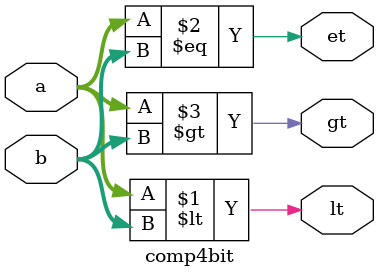
<source format=v>
module comp4bit(a,b,lt,et,gt);
input [3:0]a,b;
output lt, et, gt;
assign lt=(a<b);
assign et=(a==b);
assign gt=(a>b);
endmodule

</source>
